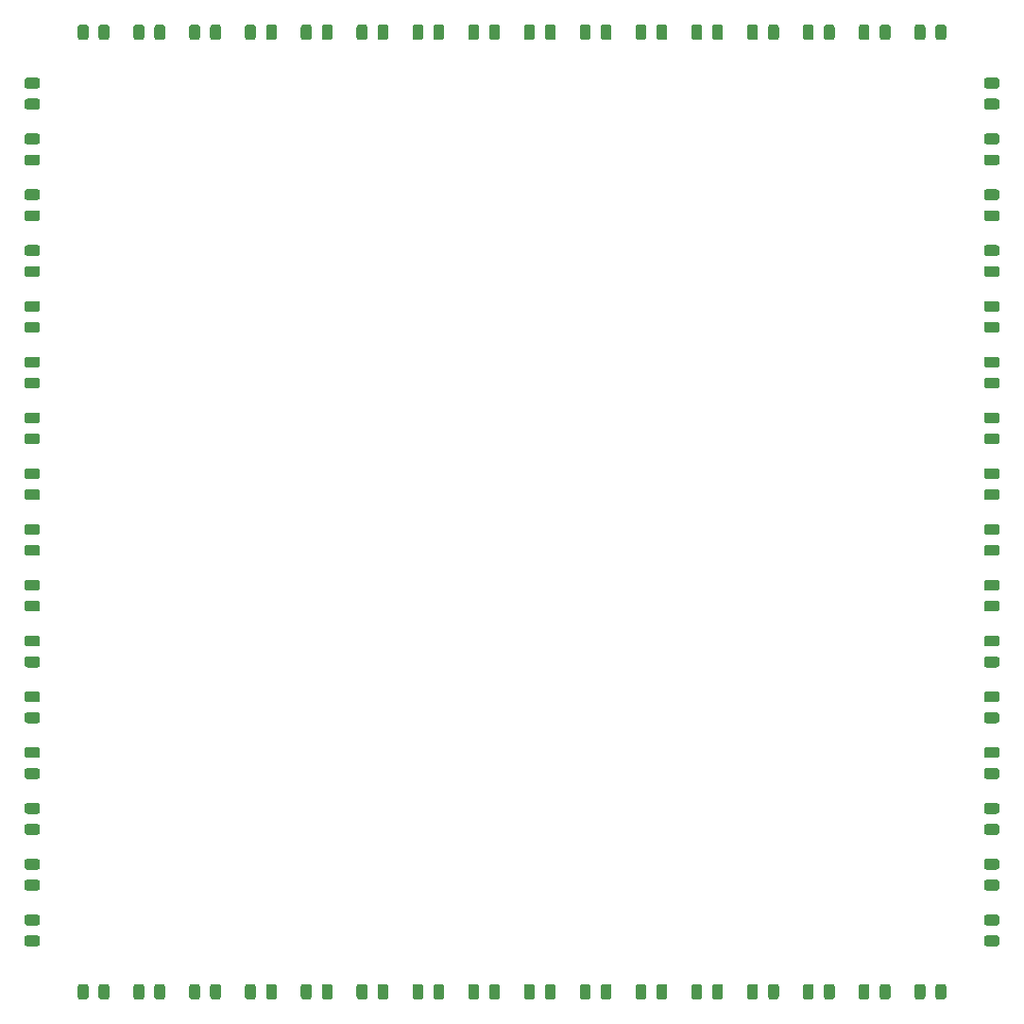
<source format=gbr>
G04 #@! TF.GenerationSoftware,KiCad,Pcbnew,(5.1.6)-1*
G04 #@! TF.CreationDate,2020-12-31T12:37:09+01:00*
G04 #@! TF.ProjectId,XY_LED,58595f4c-4544-42e6-9b69-6361645f7063,rev?*
G04 #@! TF.SameCoordinates,Original*
G04 #@! TF.FileFunction,Paste,Bot*
G04 #@! TF.FilePolarity,Positive*
%FSLAX46Y46*%
G04 Gerber Fmt 4.6, Leading zero omitted, Abs format (unit mm)*
G04 Created by KiCad (PCBNEW (5.1.6)-1) date 2020-12-31 12:37:09*
%MOMM*%
%LPD*%
G01*
G04 APERTURE LIST*
G04 APERTURE END LIST*
G36*
G01*
X56543750Y-62950000D02*
X57456250Y-62950000D01*
G75*
G02*
X57700000Y-63193750I0J-243750D01*
G01*
X57700000Y-63681250D01*
G75*
G02*
X57456250Y-63925000I-243750J0D01*
G01*
X56543750Y-63925000D01*
G75*
G02*
X56300000Y-63681250I0J243750D01*
G01*
X56300000Y-63193750D01*
G75*
G02*
X56543750Y-62950000I243750J0D01*
G01*
G37*
G36*
G01*
X56543750Y-61075000D02*
X57456250Y-61075000D01*
G75*
G02*
X57700000Y-61318750I0J-243750D01*
G01*
X57700000Y-61806250D01*
G75*
G02*
X57456250Y-62050000I-243750J0D01*
G01*
X56543750Y-62050000D01*
G75*
G02*
X56300000Y-61806250I0J243750D01*
G01*
X56300000Y-61318750D01*
G75*
G02*
X56543750Y-61075000I243750J0D01*
G01*
G37*
G36*
G01*
X56543750Y-67950000D02*
X57456250Y-67950000D01*
G75*
G02*
X57700000Y-68193750I0J-243750D01*
G01*
X57700000Y-68681250D01*
G75*
G02*
X57456250Y-68925000I-243750J0D01*
G01*
X56543750Y-68925000D01*
G75*
G02*
X56300000Y-68681250I0J243750D01*
G01*
X56300000Y-68193750D01*
G75*
G02*
X56543750Y-67950000I243750J0D01*
G01*
G37*
G36*
G01*
X56543750Y-66075000D02*
X57456250Y-66075000D01*
G75*
G02*
X57700000Y-66318750I0J-243750D01*
G01*
X57700000Y-66806250D01*
G75*
G02*
X57456250Y-67050000I-243750J0D01*
G01*
X56543750Y-67050000D01*
G75*
G02*
X56300000Y-66806250I0J243750D01*
G01*
X56300000Y-66318750D01*
G75*
G02*
X56543750Y-66075000I243750J0D01*
G01*
G37*
G36*
G01*
X56543750Y-72950000D02*
X57456250Y-72950000D01*
G75*
G02*
X57700000Y-73193750I0J-243750D01*
G01*
X57700000Y-73681250D01*
G75*
G02*
X57456250Y-73925000I-243750J0D01*
G01*
X56543750Y-73925000D01*
G75*
G02*
X56300000Y-73681250I0J243750D01*
G01*
X56300000Y-73193750D01*
G75*
G02*
X56543750Y-72950000I243750J0D01*
G01*
G37*
G36*
G01*
X56543750Y-71075000D02*
X57456250Y-71075000D01*
G75*
G02*
X57700000Y-71318750I0J-243750D01*
G01*
X57700000Y-71806250D01*
G75*
G02*
X57456250Y-72050000I-243750J0D01*
G01*
X56543750Y-72050000D01*
G75*
G02*
X56300000Y-71806250I0J243750D01*
G01*
X56300000Y-71318750D01*
G75*
G02*
X56543750Y-71075000I243750J0D01*
G01*
G37*
G36*
G01*
X56543750Y-77950000D02*
X57456250Y-77950000D01*
G75*
G02*
X57700000Y-78193750I0J-243750D01*
G01*
X57700000Y-78681250D01*
G75*
G02*
X57456250Y-78925000I-243750J0D01*
G01*
X56543750Y-78925000D01*
G75*
G02*
X56300000Y-78681250I0J243750D01*
G01*
X56300000Y-78193750D01*
G75*
G02*
X56543750Y-77950000I243750J0D01*
G01*
G37*
G36*
G01*
X56543750Y-76075000D02*
X57456250Y-76075000D01*
G75*
G02*
X57700000Y-76318750I0J-243750D01*
G01*
X57700000Y-76806250D01*
G75*
G02*
X57456250Y-77050000I-243750J0D01*
G01*
X56543750Y-77050000D01*
G75*
G02*
X56300000Y-76806250I0J243750D01*
G01*
X56300000Y-76318750D01*
G75*
G02*
X56543750Y-76075000I243750J0D01*
G01*
G37*
G36*
G01*
X56543750Y-82950000D02*
X57456250Y-82950000D01*
G75*
G02*
X57700000Y-83193750I0J-243750D01*
G01*
X57700000Y-83681250D01*
G75*
G02*
X57456250Y-83925000I-243750J0D01*
G01*
X56543750Y-83925000D01*
G75*
G02*
X56300000Y-83681250I0J243750D01*
G01*
X56300000Y-83193750D01*
G75*
G02*
X56543750Y-82950000I243750J0D01*
G01*
G37*
G36*
G01*
X56543750Y-81075000D02*
X57456250Y-81075000D01*
G75*
G02*
X57700000Y-81318750I0J-243750D01*
G01*
X57700000Y-81806250D01*
G75*
G02*
X57456250Y-82050000I-243750J0D01*
G01*
X56543750Y-82050000D01*
G75*
G02*
X56300000Y-81806250I0J243750D01*
G01*
X56300000Y-81318750D01*
G75*
G02*
X56543750Y-81075000I243750J0D01*
G01*
G37*
G36*
G01*
X56543750Y-87950000D02*
X57456250Y-87950000D01*
G75*
G02*
X57700000Y-88193750I0J-243750D01*
G01*
X57700000Y-88681250D01*
G75*
G02*
X57456250Y-88925000I-243750J0D01*
G01*
X56543750Y-88925000D01*
G75*
G02*
X56300000Y-88681250I0J243750D01*
G01*
X56300000Y-88193750D01*
G75*
G02*
X56543750Y-87950000I243750J0D01*
G01*
G37*
G36*
G01*
X56543750Y-86075000D02*
X57456250Y-86075000D01*
G75*
G02*
X57700000Y-86318750I0J-243750D01*
G01*
X57700000Y-86806250D01*
G75*
G02*
X57456250Y-87050000I-243750J0D01*
G01*
X56543750Y-87050000D01*
G75*
G02*
X56300000Y-86806250I0J243750D01*
G01*
X56300000Y-86318750D01*
G75*
G02*
X56543750Y-86075000I243750J0D01*
G01*
G37*
G36*
G01*
X56543750Y-92950000D02*
X57456250Y-92950000D01*
G75*
G02*
X57700000Y-93193750I0J-243750D01*
G01*
X57700000Y-93681250D01*
G75*
G02*
X57456250Y-93925000I-243750J0D01*
G01*
X56543750Y-93925000D01*
G75*
G02*
X56300000Y-93681250I0J243750D01*
G01*
X56300000Y-93193750D01*
G75*
G02*
X56543750Y-92950000I243750J0D01*
G01*
G37*
G36*
G01*
X56543750Y-91075000D02*
X57456250Y-91075000D01*
G75*
G02*
X57700000Y-91318750I0J-243750D01*
G01*
X57700000Y-91806250D01*
G75*
G02*
X57456250Y-92050000I-243750J0D01*
G01*
X56543750Y-92050000D01*
G75*
G02*
X56300000Y-91806250I0J243750D01*
G01*
X56300000Y-91318750D01*
G75*
G02*
X56543750Y-91075000I243750J0D01*
G01*
G37*
G36*
G01*
X56543750Y-97950000D02*
X57456250Y-97950000D01*
G75*
G02*
X57700000Y-98193750I0J-243750D01*
G01*
X57700000Y-98681250D01*
G75*
G02*
X57456250Y-98925000I-243750J0D01*
G01*
X56543750Y-98925000D01*
G75*
G02*
X56300000Y-98681250I0J243750D01*
G01*
X56300000Y-98193750D01*
G75*
G02*
X56543750Y-97950000I243750J0D01*
G01*
G37*
G36*
G01*
X56543750Y-96075000D02*
X57456250Y-96075000D01*
G75*
G02*
X57700000Y-96318750I0J-243750D01*
G01*
X57700000Y-96806250D01*
G75*
G02*
X57456250Y-97050000I-243750J0D01*
G01*
X56543750Y-97050000D01*
G75*
G02*
X56300000Y-96806250I0J243750D01*
G01*
X56300000Y-96318750D01*
G75*
G02*
X56543750Y-96075000I243750J0D01*
G01*
G37*
G36*
G01*
X56543750Y-102950000D02*
X57456250Y-102950000D01*
G75*
G02*
X57700000Y-103193750I0J-243750D01*
G01*
X57700000Y-103681250D01*
G75*
G02*
X57456250Y-103925000I-243750J0D01*
G01*
X56543750Y-103925000D01*
G75*
G02*
X56300000Y-103681250I0J243750D01*
G01*
X56300000Y-103193750D01*
G75*
G02*
X56543750Y-102950000I243750J0D01*
G01*
G37*
G36*
G01*
X56543750Y-101075000D02*
X57456250Y-101075000D01*
G75*
G02*
X57700000Y-101318750I0J-243750D01*
G01*
X57700000Y-101806250D01*
G75*
G02*
X57456250Y-102050000I-243750J0D01*
G01*
X56543750Y-102050000D01*
G75*
G02*
X56300000Y-101806250I0J243750D01*
G01*
X56300000Y-101318750D01*
G75*
G02*
X56543750Y-101075000I243750J0D01*
G01*
G37*
G36*
G01*
X56543750Y-107950000D02*
X57456250Y-107950000D01*
G75*
G02*
X57700000Y-108193750I0J-243750D01*
G01*
X57700000Y-108681250D01*
G75*
G02*
X57456250Y-108925000I-243750J0D01*
G01*
X56543750Y-108925000D01*
G75*
G02*
X56300000Y-108681250I0J243750D01*
G01*
X56300000Y-108193750D01*
G75*
G02*
X56543750Y-107950000I243750J0D01*
G01*
G37*
G36*
G01*
X56543750Y-106075000D02*
X57456250Y-106075000D01*
G75*
G02*
X57700000Y-106318750I0J-243750D01*
G01*
X57700000Y-106806250D01*
G75*
G02*
X57456250Y-107050000I-243750J0D01*
G01*
X56543750Y-107050000D01*
G75*
G02*
X56300000Y-106806250I0J243750D01*
G01*
X56300000Y-106318750D01*
G75*
G02*
X56543750Y-106075000I243750J0D01*
G01*
G37*
G36*
G01*
X56543750Y-112950000D02*
X57456250Y-112950000D01*
G75*
G02*
X57700000Y-113193750I0J-243750D01*
G01*
X57700000Y-113681250D01*
G75*
G02*
X57456250Y-113925000I-243750J0D01*
G01*
X56543750Y-113925000D01*
G75*
G02*
X56300000Y-113681250I0J243750D01*
G01*
X56300000Y-113193750D01*
G75*
G02*
X56543750Y-112950000I243750J0D01*
G01*
G37*
G36*
G01*
X56543750Y-111075000D02*
X57456250Y-111075000D01*
G75*
G02*
X57700000Y-111318750I0J-243750D01*
G01*
X57700000Y-111806250D01*
G75*
G02*
X57456250Y-112050000I-243750J0D01*
G01*
X56543750Y-112050000D01*
G75*
G02*
X56300000Y-111806250I0J243750D01*
G01*
X56300000Y-111318750D01*
G75*
G02*
X56543750Y-111075000I243750J0D01*
G01*
G37*
G36*
G01*
X56543750Y-117950000D02*
X57456250Y-117950000D01*
G75*
G02*
X57700000Y-118193750I0J-243750D01*
G01*
X57700000Y-118681250D01*
G75*
G02*
X57456250Y-118925000I-243750J0D01*
G01*
X56543750Y-118925000D01*
G75*
G02*
X56300000Y-118681250I0J243750D01*
G01*
X56300000Y-118193750D01*
G75*
G02*
X56543750Y-117950000I243750J0D01*
G01*
G37*
G36*
G01*
X56543750Y-116075000D02*
X57456250Y-116075000D01*
G75*
G02*
X57700000Y-116318750I0J-243750D01*
G01*
X57700000Y-116806250D01*
G75*
G02*
X57456250Y-117050000I-243750J0D01*
G01*
X56543750Y-117050000D01*
G75*
G02*
X56300000Y-116806250I0J243750D01*
G01*
X56300000Y-116318750D01*
G75*
G02*
X56543750Y-116075000I243750J0D01*
G01*
G37*
G36*
G01*
X56543750Y-122950000D02*
X57456250Y-122950000D01*
G75*
G02*
X57700000Y-123193750I0J-243750D01*
G01*
X57700000Y-123681250D01*
G75*
G02*
X57456250Y-123925000I-243750J0D01*
G01*
X56543750Y-123925000D01*
G75*
G02*
X56300000Y-123681250I0J243750D01*
G01*
X56300000Y-123193750D01*
G75*
G02*
X56543750Y-122950000I243750J0D01*
G01*
G37*
G36*
G01*
X56543750Y-121075000D02*
X57456250Y-121075000D01*
G75*
G02*
X57700000Y-121318750I0J-243750D01*
G01*
X57700000Y-121806250D01*
G75*
G02*
X57456250Y-122050000I-243750J0D01*
G01*
X56543750Y-122050000D01*
G75*
G02*
X56300000Y-121806250I0J243750D01*
G01*
X56300000Y-121318750D01*
G75*
G02*
X56543750Y-121075000I243750J0D01*
G01*
G37*
G36*
G01*
X56543750Y-127950000D02*
X57456250Y-127950000D01*
G75*
G02*
X57700000Y-128193750I0J-243750D01*
G01*
X57700000Y-128681250D01*
G75*
G02*
X57456250Y-128925000I-243750J0D01*
G01*
X56543750Y-128925000D01*
G75*
G02*
X56300000Y-128681250I0J243750D01*
G01*
X56300000Y-128193750D01*
G75*
G02*
X56543750Y-127950000I243750J0D01*
G01*
G37*
G36*
G01*
X56543750Y-126075000D02*
X57456250Y-126075000D01*
G75*
G02*
X57700000Y-126318750I0J-243750D01*
G01*
X57700000Y-126806250D01*
G75*
G02*
X57456250Y-127050000I-243750J0D01*
G01*
X56543750Y-127050000D01*
G75*
G02*
X56300000Y-126806250I0J243750D01*
G01*
X56300000Y-126318750D01*
G75*
G02*
X56543750Y-126075000I243750J0D01*
G01*
G37*
G36*
G01*
X56543750Y-132950000D02*
X57456250Y-132950000D01*
G75*
G02*
X57700000Y-133193750I0J-243750D01*
G01*
X57700000Y-133681250D01*
G75*
G02*
X57456250Y-133925000I-243750J0D01*
G01*
X56543750Y-133925000D01*
G75*
G02*
X56300000Y-133681250I0J243750D01*
G01*
X56300000Y-133193750D01*
G75*
G02*
X56543750Y-132950000I243750J0D01*
G01*
G37*
G36*
G01*
X56543750Y-131075000D02*
X57456250Y-131075000D01*
G75*
G02*
X57700000Y-131318750I0J-243750D01*
G01*
X57700000Y-131806250D01*
G75*
G02*
X57456250Y-132050000I-243750J0D01*
G01*
X56543750Y-132050000D01*
G75*
G02*
X56300000Y-131806250I0J243750D01*
G01*
X56300000Y-131318750D01*
G75*
G02*
X56543750Y-131075000I243750J0D01*
G01*
G37*
G36*
G01*
X56543750Y-137950000D02*
X57456250Y-137950000D01*
G75*
G02*
X57700000Y-138193750I0J-243750D01*
G01*
X57700000Y-138681250D01*
G75*
G02*
X57456250Y-138925000I-243750J0D01*
G01*
X56543750Y-138925000D01*
G75*
G02*
X56300000Y-138681250I0J243750D01*
G01*
X56300000Y-138193750D01*
G75*
G02*
X56543750Y-137950000I243750J0D01*
G01*
G37*
G36*
G01*
X56543750Y-136075000D02*
X57456250Y-136075000D01*
G75*
G02*
X57700000Y-136318750I0J-243750D01*
G01*
X57700000Y-136806250D01*
G75*
G02*
X57456250Y-137050000I-243750J0D01*
G01*
X56543750Y-137050000D01*
G75*
G02*
X56300000Y-136806250I0J243750D01*
G01*
X56300000Y-136318750D01*
G75*
G02*
X56543750Y-136075000I243750J0D01*
G01*
G37*
G36*
G01*
X62950000Y-143456250D02*
X62950000Y-142543750D01*
G75*
G02*
X63193750Y-142300000I243750J0D01*
G01*
X63681250Y-142300000D01*
G75*
G02*
X63925000Y-142543750I0J-243750D01*
G01*
X63925000Y-143456250D01*
G75*
G02*
X63681250Y-143700000I-243750J0D01*
G01*
X63193750Y-143700000D01*
G75*
G02*
X62950000Y-143456250I0J243750D01*
G01*
G37*
G36*
G01*
X61075000Y-143456250D02*
X61075000Y-142543750D01*
G75*
G02*
X61318750Y-142300000I243750J0D01*
G01*
X61806250Y-142300000D01*
G75*
G02*
X62050000Y-142543750I0J-243750D01*
G01*
X62050000Y-143456250D01*
G75*
G02*
X61806250Y-143700000I-243750J0D01*
G01*
X61318750Y-143700000D01*
G75*
G02*
X61075000Y-143456250I0J243750D01*
G01*
G37*
G36*
G01*
X67950000Y-143456250D02*
X67950000Y-142543750D01*
G75*
G02*
X68193750Y-142300000I243750J0D01*
G01*
X68681250Y-142300000D01*
G75*
G02*
X68925000Y-142543750I0J-243750D01*
G01*
X68925000Y-143456250D01*
G75*
G02*
X68681250Y-143700000I-243750J0D01*
G01*
X68193750Y-143700000D01*
G75*
G02*
X67950000Y-143456250I0J243750D01*
G01*
G37*
G36*
G01*
X66075000Y-143456250D02*
X66075000Y-142543750D01*
G75*
G02*
X66318750Y-142300000I243750J0D01*
G01*
X66806250Y-142300000D01*
G75*
G02*
X67050000Y-142543750I0J-243750D01*
G01*
X67050000Y-143456250D01*
G75*
G02*
X66806250Y-143700000I-243750J0D01*
G01*
X66318750Y-143700000D01*
G75*
G02*
X66075000Y-143456250I0J243750D01*
G01*
G37*
G36*
G01*
X72950000Y-143456250D02*
X72950000Y-142543750D01*
G75*
G02*
X73193750Y-142300000I243750J0D01*
G01*
X73681250Y-142300000D01*
G75*
G02*
X73925000Y-142543750I0J-243750D01*
G01*
X73925000Y-143456250D01*
G75*
G02*
X73681250Y-143700000I-243750J0D01*
G01*
X73193750Y-143700000D01*
G75*
G02*
X72950000Y-143456250I0J243750D01*
G01*
G37*
G36*
G01*
X71075000Y-143456250D02*
X71075000Y-142543750D01*
G75*
G02*
X71318750Y-142300000I243750J0D01*
G01*
X71806250Y-142300000D01*
G75*
G02*
X72050000Y-142543750I0J-243750D01*
G01*
X72050000Y-143456250D01*
G75*
G02*
X71806250Y-143700000I-243750J0D01*
G01*
X71318750Y-143700000D01*
G75*
G02*
X71075000Y-143456250I0J243750D01*
G01*
G37*
G36*
G01*
X77950000Y-143456250D02*
X77950000Y-142543750D01*
G75*
G02*
X78193750Y-142300000I243750J0D01*
G01*
X78681250Y-142300000D01*
G75*
G02*
X78925000Y-142543750I0J-243750D01*
G01*
X78925000Y-143456250D01*
G75*
G02*
X78681250Y-143700000I-243750J0D01*
G01*
X78193750Y-143700000D01*
G75*
G02*
X77950000Y-143456250I0J243750D01*
G01*
G37*
G36*
G01*
X76075000Y-143456250D02*
X76075000Y-142543750D01*
G75*
G02*
X76318750Y-142300000I243750J0D01*
G01*
X76806250Y-142300000D01*
G75*
G02*
X77050000Y-142543750I0J-243750D01*
G01*
X77050000Y-143456250D01*
G75*
G02*
X76806250Y-143700000I-243750J0D01*
G01*
X76318750Y-143700000D01*
G75*
G02*
X76075000Y-143456250I0J243750D01*
G01*
G37*
G36*
G01*
X82950000Y-143456250D02*
X82950000Y-142543750D01*
G75*
G02*
X83193750Y-142300000I243750J0D01*
G01*
X83681250Y-142300000D01*
G75*
G02*
X83925000Y-142543750I0J-243750D01*
G01*
X83925000Y-143456250D01*
G75*
G02*
X83681250Y-143700000I-243750J0D01*
G01*
X83193750Y-143700000D01*
G75*
G02*
X82950000Y-143456250I0J243750D01*
G01*
G37*
G36*
G01*
X81075000Y-143456250D02*
X81075000Y-142543750D01*
G75*
G02*
X81318750Y-142300000I243750J0D01*
G01*
X81806250Y-142300000D01*
G75*
G02*
X82050000Y-142543750I0J-243750D01*
G01*
X82050000Y-143456250D01*
G75*
G02*
X81806250Y-143700000I-243750J0D01*
G01*
X81318750Y-143700000D01*
G75*
G02*
X81075000Y-143456250I0J243750D01*
G01*
G37*
G36*
G01*
X87950000Y-143456250D02*
X87950000Y-142543750D01*
G75*
G02*
X88193750Y-142300000I243750J0D01*
G01*
X88681250Y-142300000D01*
G75*
G02*
X88925000Y-142543750I0J-243750D01*
G01*
X88925000Y-143456250D01*
G75*
G02*
X88681250Y-143700000I-243750J0D01*
G01*
X88193750Y-143700000D01*
G75*
G02*
X87950000Y-143456250I0J243750D01*
G01*
G37*
G36*
G01*
X86075000Y-143456250D02*
X86075000Y-142543750D01*
G75*
G02*
X86318750Y-142300000I243750J0D01*
G01*
X86806250Y-142300000D01*
G75*
G02*
X87050000Y-142543750I0J-243750D01*
G01*
X87050000Y-143456250D01*
G75*
G02*
X86806250Y-143700000I-243750J0D01*
G01*
X86318750Y-143700000D01*
G75*
G02*
X86075000Y-143456250I0J243750D01*
G01*
G37*
G36*
G01*
X92950000Y-143456250D02*
X92950000Y-142543750D01*
G75*
G02*
X93193750Y-142300000I243750J0D01*
G01*
X93681250Y-142300000D01*
G75*
G02*
X93925000Y-142543750I0J-243750D01*
G01*
X93925000Y-143456250D01*
G75*
G02*
X93681250Y-143700000I-243750J0D01*
G01*
X93193750Y-143700000D01*
G75*
G02*
X92950000Y-143456250I0J243750D01*
G01*
G37*
G36*
G01*
X91075000Y-143456250D02*
X91075000Y-142543750D01*
G75*
G02*
X91318750Y-142300000I243750J0D01*
G01*
X91806250Y-142300000D01*
G75*
G02*
X92050000Y-142543750I0J-243750D01*
G01*
X92050000Y-143456250D01*
G75*
G02*
X91806250Y-143700000I-243750J0D01*
G01*
X91318750Y-143700000D01*
G75*
G02*
X91075000Y-143456250I0J243750D01*
G01*
G37*
G36*
G01*
X97950000Y-143456250D02*
X97950000Y-142543750D01*
G75*
G02*
X98193750Y-142300000I243750J0D01*
G01*
X98681250Y-142300000D01*
G75*
G02*
X98925000Y-142543750I0J-243750D01*
G01*
X98925000Y-143456250D01*
G75*
G02*
X98681250Y-143700000I-243750J0D01*
G01*
X98193750Y-143700000D01*
G75*
G02*
X97950000Y-143456250I0J243750D01*
G01*
G37*
G36*
G01*
X96075000Y-143456250D02*
X96075000Y-142543750D01*
G75*
G02*
X96318750Y-142300000I243750J0D01*
G01*
X96806250Y-142300000D01*
G75*
G02*
X97050000Y-142543750I0J-243750D01*
G01*
X97050000Y-143456250D01*
G75*
G02*
X96806250Y-143700000I-243750J0D01*
G01*
X96318750Y-143700000D01*
G75*
G02*
X96075000Y-143456250I0J243750D01*
G01*
G37*
G36*
G01*
X102950000Y-143456250D02*
X102950000Y-142543750D01*
G75*
G02*
X103193750Y-142300000I243750J0D01*
G01*
X103681250Y-142300000D01*
G75*
G02*
X103925000Y-142543750I0J-243750D01*
G01*
X103925000Y-143456250D01*
G75*
G02*
X103681250Y-143700000I-243750J0D01*
G01*
X103193750Y-143700000D01*
G75*
G02*
X102950000Y-143456250I0J243750D01*
G01*
G37*
G36*
G01*
X101075000Y-143456250D02*
X101075000Y-142543750D01*
G75*
G02*
X101318750Y-142300000I243750J0D01*
G01*
X101806250Y-142300000D01*
G75*
G02*
X102050000Y-142543750I0J-243750D01*
G01*
X102050000Y-143456250D01*
G75*
G02*
X101806250Y-143700000I-243750J0D01*
G01*
X101318750Y-143700000D01*
G75*
G02*
X101075000Y-143456250I0J243750D01*
G01*
G37*
G36*
G01*
X107950000Y-143456250D02*
X107950000Y-142543750D01*
G75*
G02*
X108193750Y-142300000I243750J0D01*
G01*
X108681250Y-142300000D01*
G75*
G02*
X108925000Y-142543750I0J-243750D01*
G01*
X108925000Y-143456250D01*
G75*
G02*
X108681250Y-143700000I-243750J0D01*
G01*
X108193750Y-143700000D01*
G75*
G02*
X107950000Y-143456250I0J243750D01*
G01*
G37*
G36*
G01*
X106075000Y-143456250D02*
X106075000Y-142543750D01*
G75*
G02*
X106318750Y-142300000I243750J0D01*
G01*
X106806250Y-142300000D01*
G75*
G02*
X107050000Y-142543750I0J-243750D01*
G01*
X107050000Y-143456250D01*
G75*
G02*
X106806250Y-143700000I-243750J0D01*
G01*
X106318750Y-143700000D01*
G75*
G02*
X106075000Y-143456250I0J243750D01*
G01*
G37*
G36*
G01*
X112950000Y-143456250D02*
X112950000Y-142543750D01*
G75*
G02*
X113193750Y-142300000I243750J0D01*
G01*
X113681250Y-142300000D01*
G75*
G02*
X113925000Y-142543750I0J-243750D01*
G01*
X113925000Y-143456250D01*
G75*
G02*
X113681250Y-143700000I-243750J0D01*
G01*
X113193750Y-143700000D01*
G75*
G02*
X112950000Y-143456250I0J243750D01*
G01*
G37*
G36*
G01*
X111075000Y-143456250D02*
X111075000Y-142543750D01*
G75*
G02*
X111318750Y-142300000I243750J0D01*
G01*
X111806250Y-142300000D01*
G75*
G02*
X112050000Y-142543750I0J-243750D01*
G01*
X112050000Y-143456250D01*
G75*
G02*
X111806250Y-143700000I-243750J0D01*
G01*
X111318750Y-143700000D01*
G75*
G02*
X111075000Y-143456250I0J243750D01*
G01*
G37*
G36*
G01*
X117950000Y-143456250D02*
X117950000Y-142543750D01*
G75*
G02*
X118193750Y-142300000I243750J0D01*
G01*
X118681250Y-142300000D01*
G75*
G02*
X118925000Y-142543750I0J-243750D01*
G01*
X118925000Y-143456250D01*
G75*
G02*
X118681250Y-143700000I-243750J0D01*
G01*
X118193750Y-143700000D01*
G75*
G02*
X117950000Y-143456250I0J243750D01*
G01*
G37*
G36*
G01*
X116075000Y-143456250D02*
X116075000Y-142543750D01*
G75*
G02*
X116318750Y-142300000I243750J0D01*
G01*
X116806250Y-142300000D01*
G75*
G02*
X117050000Y-142543750I0J-243750D01*
G01*
X117050000Y-143456250D01*
G75*
G02*
X116806250Y-143700000I-243750J0D01*
G01*
X116318750Y-143700000D01*
G75*
G02*
X116075000Y-143456250I0J243750D01*
G01*
G37*
G36*
G01*
X122950000Y-143456250D02*
X122950000Y-142543750D01*
G75*
G02*
X123193750Y-142300000I243750J0D01*
G01*
X123681250Y-142300000D01*
G75*
G02*
X123925000Y-142543750I0J-243750D01*
G01*
X123925000Y-143456250D01*
G75*
G02*
X123681250Y-143700000I-243750J0D01*
G01*
X123193750Y-143700000D01*
G75*
G02*
X122950000Y-143456250I0J243750D01*
G01*
G37*
G36*
G01*
X121075000Y-143456250D02*
X121075000Y-142543750D01*
G75*
G02*
X121318750Y-142300000I243750J0D01*
G01*
X121806250Y-142300000D01*
G75*
G02*
X122050000Y-142543750I0J-243750D01*
G01*
X122050000Y-143456250D01*
G75*
G02*
X121806250Y-143700000I-243750J0D01*
G01*
X121318750Y-143700000D01*
G75*
G02*
X121075000Y-143456250I0J243750D01*
G01*
G37*
G36*
G01*
X127950000Y-143456250D02*
X127950000Y-142543750D01*
G75*
G02*
X128193750Y-142300000I243750J0D01*
G01*
X128681250Y-142300000D01*
G75*
G02*
X128925000Y-142543750I0J-243750D01*
G01*
X128925000Y-143456250D01*
G75*
G02*
X128681250Y-143700000I-243750J0D01*
G01*
X128193750Y-143700000D01*
G75*
G02*
X127950000Y-143456250I0J243750D01*
G01*
G37*
G36*
G01*
X126075000Y-143456250D02*
X126075000Y-142543750D01*
G75*
G02*
X126318750Y-142300000I243750J0D01*
G01*
X126806250Y-142300000D01*
G75*
G02*
X127050000Y-142543750I0J-243750D01*
G01*
X127050000Y-143456250D01*
G75*
G02*
X126806250Y-143700000I-243750J0D01*
G01*
X126318750Y-143700000D01*
G75*
G02*
X126075000Y-143456250I0J243750D01*
G01*
G37*
G36*
G01*
X132950000Y-143456250D02*
X132950000Y-142543750D01*
G75*
G02*
X133193750Y-142300000I243750J0D01*
G01*
X133681250Y-142300000D01*
G75*
G02*
X133925000Y-142543750I0J-243750D01*
G01*
X133925000Y-143456250D01*
G75*
G02*
X133681250Y-143700000I-243750J0D01*
G01*
X133193750Y-143700000D01*
G75*
G02*
X132950000Y-143456250I0J243750D01*
G01*
G37*
G36*
G01*
X131075000Y-143456250D02*
X131075000Y-142543750D01*
G75*
G02*
X131318750Y-142300000I243750J0D01*
G01*
X131806250Y-142300000D01*
G75*
G02*
X132050000Y-142543750I0J-243750D01*
G01*
X132050000Y-143456250D01*
G75*
G02*
X131806250Y-143700000I-243750J0D01*
G01*
X131318750Y-143700000D01*
G75*
G02*
X131075000Y-143456250I0J243750D01*
G01*
G37*
G36*
G01*
X137950000Y-143456250D02*
X137950000Y-142543750D01*
G75*
G02*
X138193750Y-142300000I243750J0D01*
G01*
X138681250Y-142300000D01*
G75*
G02*
X138925000Y-142543750I0J-243750D01*
G01*
X138925000Y-143456250D01*
G75*
G02*
X138681250Y-143700000I-243750J0D01*
G01*
X138193750Y-143700000D01*
G75*
G02*
X137950000Y-143456250I0J243750D01*
G01*
G37*
G36*
G01*
X136075000Y-143456250D02*
X136075000Y-142543750D01*
G75*
G02*
X136318750Y-142300000I243750J0D01*
G01*
X136806250Y-142300000D01*
G75*
G02*
X137050000Y-142543750I0J-243750D01*
G01*
X137050000Y-143456250D01*
G75*
G02*
X136806250Y-143700000I-243750J0D01*
G01*
X136318750Y-143700000D01*
G75*
G02*
X136075000Y-143456250I0J243750D01*
G01*
G37*
G36*
G01*
X143456250Y-137050000D02*
X142543750Y-137050000D01*
G75*
G02*
X142300000Y-136806250I0J243750D01*
G01*
X142300000Y-136318750D01*
G75*
G02*
X142543750Y-136075000I243750J0D01*
G01*
X143456250Y-136075000D01*
G75*
G02*
X143700000Y-136318750I0J-243750D01*
G01*
X143700000Y-136806250D01*
G75*
G02*
X143456250Y-137050000I-243750J0D01*
G01*
G37*
G36*
G01*
X143456250Y-138925000D02*
X142543750Y-138925000D01*
G75*
G02*
X142300000Y-138681250I0J243750D01*
G01*
X142300000Y-138193750D01*
G75*
G02*
X142543750Y-137950000I243750J0D01*
G01*
X143456250Y-137950000D01*
G75*
G02*
X143700000Y-138193750I0J-243750D01*
G01*
X143700000Y-138681250D01*
G75*
G02*
X143456250Y-138925000I-243750J0D01*
G01*
G37*
G36*
G01*
X143456250Y-132050000D02*
X142543750Y-132050000D01*
G75*
G02*
X142300000Y-131806250I0J243750D01*
G01*
X142300000Y-131318750D01*
G75*
G02*
X142543750Y-131075000I243750J0D01*
G01*
X143456250Y-131075000D01*
G75*
G02*
X143700000Y-131318750I0J-243750D01*
G01*
X143700000Y-131806250D01*
G75*
G02*
X143456250Y-132050000I-243750J0D01*
G01*
G37*
G36*
G01*
X143456250Y-133925000D02*
X142543750Y-133925000D01*
G75*
G02*
X142300000Y-133681250I0J243750D01*
G01*
X142300000Y-133193750D01*
G75*
G02*
X142543750Y-132950000I243750J0D01*
G01*
X143456250Y-132950000D01*
G75*
G02*
X143700000Y-133193750I0J-243750D01*
G01*
X143700000Y-133681250D01*
G75*
G02*
X143456250Y-133925000I-243750J0D01*
G01*
G37*
G36*
G01*
X143456250Y-127050000D02*
X142543750Y-127050000D01*
G75*
G02*
X142300000Y-126806250I0J243750D01*
G01*
X142300000Y-126318750D01*
G75*
G02*
X142543750Y-126075000I243750J0D01*
G01*
X143456250Y-126075000D01*
G75*
G02*
X143700000Y-126318750I0J-243750D01*
G01*
X143700000Y-126806250D01*
G75*
G02*
X143456250Y-127050000I-243750J0D01*
G01*
G37*
G36*
G01*
X143456250Y-128925000D02*
X142543750Y-128925000D01*
G75*
G02*
X142300000Y-128681250I0J243750D01*
G01*
X142300000Y-128193750D01*
G75*
G02*
X142543750Y-127950000I243750J0D01*
G01*
X143456250Y-127950000D01*
G75*
G02*
X143700000Y-128193750I0J-243750D01*
G01*
X143700000Y-128681250D01*
G75*
G02*
X143456250Y-128925000I-243750J0D01*
G01*
G37*
G36*
G01*
X143456250Y-122050000D02*
X142543750Y-122050000D01*
G75*
G02*
X142300000Y-121806250I0J243750D01*
G01*
X142300000Y-121318750D01*
G75*
G02*
X142543750Y-121075000I243750J0D01*
G01*
X143456250Y-121075000D01*
G75*
G02*
X143700000Y-121318750I0J-243750D01*
G01*
X143700000Y-121806250D01*
G75*
G02*
X143456250Y-122050000I-243750J0D01*
G01*
G37*
G36*
G01*
X143456250Y-123925000D02*
X142543750Y-123925000D01*
G75*
G02*
X142300000Y-123681250I0J243750D01*
G01*
X142300000Y-123193750D01*
G75*
G02*
X142543750Y-122950000I243750J0D01*
G01*
X143456250Y-122950000D01*
G75*
G02*
X143700000Y-123193750I0J-243750D01*
G01*
X143700000Y-123681250D01*
G75*
G02*
X143456250Y-123925000I-243750J0D01*
G01*
G37*
G36*
G01*
X143456250Y-117050000D02*
X142543750Y-117050000D01*
G75*
G02*
X142300000Y-116806250I0J243750D01*
G01*
X142300000Y-116318750D01*
G75*
G02*
X142543750Y-116075000I243750J0D01*
G01*
X143456250Y-116075000D01*
G75*
G02*
X143700000Y-116318750I0J-243750D01*
G01*
X143700000Y-116806250D01*
G75*
G02*
X143456250Y-117050000I-243750J0D01*
G01*
G37*
G36*
G01*
X143456250Y-118925000D02*
X142543750Y-118925000D01*
G75*
G02*
X142300000Y-118681250I0J243750D01*
G01*
X142300000Y-118193750D01*
G75*
G02*
X142543750Y-117950000I243750J0D01*
G01*
X143456250Y-117950000D01*
G75*
G02*
X143700000Y-118193750I0J-243750D01*
G01*
X143700000Y-118681250D01*
G75*
G02*
X143456250Y-118925000I-243750J0D01*
G01*
G37*
G36*
G01*
X143456250Y-112050000D02*
X142543750Y-112050000D01*
G75*
G02*
X142300000Y-111806250I0J243750D01*
G01*
X142300000Y-111318750D01*
G75*
G02*
X142543750Y-111075000I243750J0D01*
G01*
X143456250Y-111075000D01*
G75*
G02*
X143700000Y-111318750I0J-243750D01*
G01*
X143700000Y-111806250D01*
G75*
G02*
X143456250Y-112050000I-243750J0D01*
G01*
G37*
G36*
G01*
X143456250Y-113925000D02*
X142543750Y-113925000D01*
G75*
G02*
X142300000Y-113681250I0J243750D01*
G01*
X142300000Y-113193750D01*
G75*
G02*
X142543750Y-112950000I243750J0D01*
G01*
X143456250Y-112950000D01*
G75*
G02*
X143700000Y-113193750I0J-243750D01*
G01*
X143700000Y-113681250D01*
G75*
G02*
X143456250Y-113925000I-243750J0D01*
G01*
G37*
G36*
G01*
X143456250Y-107050000D02*
X142543750Y-107050000D01*
G75*
G02*
X142300000Y-106806250I0J243750D01*
G01*
X142300000Y-106318750D01*
G75*
G02*
X142543750Y-106075000I243750J0D01*
G01*
X143456250Y-106075000D01*
G75*
G02*
X143700000Y-106318750I0J-243750D01*
G01*
X143700000Y-106806250D01*
G75*
G02*
X143456250Y-107050000I-243750J0D01*
G01*
G37*
G36*
G01*
X143456250Y-108925000D02*
X142543750Y-108925000D01*
G75*
G02*
X142300000Y-108681250I0J243750D01*
G01*
X142300000Y-108193750D01*
G75*
G02*
X142543750Y-107950000I243750J0D01*
G01*
X143456250Y-107950000D01*
G75*
G02*
X143700000Y-108193750I0J-243750D01*
G01*
X143700000Y-108681250D01*
G75*
G02*
X143456250Y-108925000I-243750J0D01*
G01*
G37*
G36*
G01*
X143456250Y-102050000D02*
X142543750Y-102050000D01*
G75*
G02*
X142300000Y-101806250I0J243750D01*
G01*
X142300000Y-101318750D01*
G75*
G02*
X142543750Y-101075000I243750J0D01*
G01*
X143456250Y-101075000D01*
G75*
G02*
X143700000Y-101318750I0J-243750D01*
G01*
X143700000Y-101806250D01*
G75*
G02*
X143456250Y-102050000I-243750J0D01*
G01*
G37*
G36*
G01*
X143456250Y-103925000D02*
X142543750Y-103925000D01*
G75*
G02*
X142300000Y-103681250I0J243750D01*
G01*
X142300000Y-103193750D01*
G75*
G02*
X142543750Y-102950000I243750J0D01*
G01*
X143456250Y-102950000D01*
G75*
G02*
X143700000Y-103193750I0J-243750D01*
G01*
X143700000Y-103681250D01*
G75*
G02*
X143456250Y-103925000I-243750J0D01*
G01*
G37*
G36*
G01*
X143456250Y-97050000D02*
X142543750Y-97050000D01*
G75*
G02*
X142300000Y-96806250I0J243750D01*
G01*
X142300000Y-96318750D01*
G75*
G02*
X142543750Y-96075000I243750J0D01*
G01*
X143456250Y-96075000D01*
G75*
G02*
X143700000Y-96318750I0J-243750D01*
G01*
X143700000Y-96806250D01*
G75*
G02*
X143456250Y-97050000I-243750J0D01*
G01*
G37*
G36*
G01*
X143456250Y-98925000D02*
X142543750Y-98925000D01*
G75*
G02*
X142300000Y-98681250I0J243750D01*
G01*
X142300000Y-98193750D01*
G75*
G02*
X142543750Y-97950000I243750J0D01*
G01*
X143456250Y-97950000D01*
G75*
G02*
X143700000Y-98193750I0J-243750D01*
G01*
X143700000Y-98681250D01*
G75*
G02*
X143456250Y-98925000I-243750J0D01*
G01*
G37*
G36*
G01*
X143456250Y-92050000D02*
X142543750Y-92050000D01*
G75*
G02*
X142300000Y-91806250I0J243750D01*
G01*
X142300000Y-91318750D01*
G75*
G02*
X142543750Y-91075000I243750J0D01*
G01*
X143456250Y-91075000D01*
G75*
G02*
X143700000Y-91318750I0J-243750D01*
G01*
X143700000Y-91806250D01*
G75*
G02*
X143456250Y-92050000I-243750J0D01*
G01*
G37*
G36*
G01*
X143456250Y-93925000D02*
X142543750Y-93925000D01*
G75*
G02*
X142300000Y-93681250I0J243750D01*
G01*
X142300000Y-93193750D01*
G75*
G02*
X142543750Y-92950000I243750J0D01*
G01*
X143456250Y-92950000D01*
G75*
G02*
X143700000Y-93193750I0J-243750D01*
G01*
X143700000Y-93681250D01*
G75*
G02*
X143456250Y-93925000I-243750J0D01*
G01*
G37*
G36*
G01*
X143456250Y-87050000D02*
X142543750Y-87050000D01*
G75*
G02*
X142300000Y-86806250I0J243750D01*
G01*
X142300000Y-86318750D01*
G75*
G02*
X142543750Y-86075000I243750J0D01*
G01*
X143456250Y-86075000D01*
G75*
G02*
X143700000Y-86318750I0J-243750D01*
G01*
X143700000Y-86806250D01*
G75*
G02*
X143456250Y-87050000I-243750J0D01*
G01*
G37*
G36*
G01*
X143456250Y-88925000D02*
X142543750Y-88925000D01*
G75*
G02*
X142300000Y-88681250I0J243750D01*
G01*
X142300000Y-88193750D01*
G75*
G02*
X142543750Y-87950000I243750J0D01*
G01*
X143456250Y-87950000D01*
G75*
G02*
X143700000Y-88193750I0J-243750D01*
G01*
X143700000Y-88681250D01*
G75*
G02*
X143456250Y-88925000I-243750J0D01*
G01*
G37*
G36*
G01*
X143456250Y-82050000D02*
X142543750Y-82050000D01*
G75*
G02*
X142300000Y-81806250I0J243750D01*
G01*
X142300000Y-81318750D01*
G75*
G02*
X142543750Y-81075000I243750J0D01*
G01*
X143456250Y-81075000D01*
G75*
G02*
X143700000Y-81318750I0J-243750D01*
G01*
X143700000Y-81806250D01*
G75*
G02*
X143456250Y-82050000I-243750J0D01*
G01*
G37*
G36*
G01*
X143456250Y-83925000D02*
X142543750Y-83925000D01*
G75*
G02*
X142300000Y-83681250I0J243750D01*
G01*
X142300000Y-83193750D01*
G75*
G02*
X142543750Y-82950000I243750J0D01*
G01*
X143456250Y-82950000D01*
G75*
G02*
X143700000Y-83193750I0J-243750D01*
G01*
X143700000Y-83681250D01*
G75*
G02*
X143456250Y-83925000I-243750J0D01*
G01*
G37*
G36*
G01*
X143456250Y-77050000D02*
X142543750Y-77050000D01*
G75*
G02*
X142300000Y-76806250I0J243750D01*
G01*
X142300000Y-76318750D01*
G75*
G02*
X142543750Y-76075000I243750J0D01*
G01*
X143456250Y-76075000D01*
G75*
G02*
X143700000Y-76318750I0J-243750D01*
G01*
X143700000Y-76806250D01*
G75*
G02*
X143456250Y-77050000I-243750J0D01*
G01*
G37*
G36*
G01*
X143456250Y-78925000D02*
X142543750Y-78925000D01*
G75*
G02*
X142300000Y-78681250I0J243750D01*
G01*
X142300000Y-78193750D01*
G75*
G02*
X142543750Y-77950000I243750J0D01*
G01*
X143456250Y-77950000D01*
G75*
G02*
X143700000Y-78193750I0J-243750D01*
G01*
X143700000Y-78681250D01*
G75*
G02*
X143456250Y-78925000I-243750J0D01*
G01*
G37*
G36*
G01*
X143456250Y-72050000D02*
X142543750Y-72050000D01*
G75*
G02*
X142300000Y-71806250I0J243750D01*
G01*
X142300000Y-71318750D01*
G75*
G02*
X142543750Y-71075000I243750J0D01*
G01*
X143456250Y-71075000D01*
G75*
G02*
X143700000Y-71318750I0J-243750D01*
G01*
X143700000Y-71806250D01*
G75*
G02*
X143456250Y-72050000I-243750J0D01*
G01*
G37*
G36*
G01*
X143456250Y-73925000D02*
X142543750Y-73925000D01*
G75*
G02*
X142300000Y-73681250I0J243750D01*
G01*
X142300000Y-73193750D01*
G75*
G02*
X142543750Y-72950000I243750J0D01*
G01*
X143456250Y-72950000D01*
G75*
G02*
X143700000Y-73193750I0J-243750D01*
G01*
X143700000Y-73681250D01*
G75*
G02*
X143456250Y-73925000I-243750J0D01*
G01*
G37*
G36*
G01*
X143456250Y-67050000D02*
X142543750Y-67050000D01*
G75*
G02*
X142300000Y-66806250I0J243750D01*
G01*
X142300000Y-66318750D01*
G75*
G02*
X142543750Y-66075000I243750J0D01*
G01*
X143456250Y-66075000D01*
G75*
G02*
X143700000Y-66318750I0J-243750D01*
G01*
X143700000Y-66806250D01*
G75*
G02*
X143456250Y-67050000I-243750J0D01*
G01*
G37*
G36*
G01*
X143456250Y-68925000D02*
X142543750Y-68925000D01*
G75*
G02*
X142300000Y-68681250I0J243750D01*
G01*
X142300000Y-68193750D01*
G75*
G02*
X142543750Y-67950000I243750J0D01*
G01*
X143456250Y-67950000D01*
G75*
G02*
X143700000Y-68193750I0J-243750D01*
G01*
X143700000Y-68681250D01*
G75*
G02*
X143456250Y-68925000I-243750J0D01*
G01*
G37*
G36*
G01*
X143456250Y-62050000D02*
X142543750Y-62050000D01*
G75*
G02*
X142300000Y-61806250I0J243750D01*
G01*
X142300000Y-61318750D01*
G75*
G02*
X142543750Y-61075000I243750J0D01*
G01*
X143456250Y-61075000D01*
G75*
G02*
X143700000Y-61318750I0J-243750D01*
G01*
X143700000Y-61806250D01*
G75*
G02*
X143456250Y-62050000I-243750J0D01*
G01*
G37*
G36*
G01*
X143456250Y-63925000D02*
X142543750Y-63925000D01*
G75*
G02*
X142300000Y-63681250I0J243750D01*
G01*
X142300000Y-63193750D01*
G75*
G02*
X142543750Y-62950000I243750J0D01*
G01*
X143456250Y-62950000D01*
G75*
G02*
X143700000Y-63193750I0J-243750D01*
G01*
X143700000Y-63681250D01*
G75*
G02*
X143456250Y-63925000I-243750J0D01*
G01*
G37*
G36*
G01*
X137050000Y-56543750D02*
X137050000Y-57456250D01*
G75*
G02*
X136806250Y-57700000I-243750J0D01*
G01*
X136318750Y-57700000D01*
G75*
G02*
X136075000Y-57456250I0J243750D01*
G01*
X136075000Y-56543750D01*
G75*
G02*
X136318750Y-56300000I243750J0D01*
G01*
X136806250Y-56300000D01*
G75*
G02*
X137050000Y-56543750I0J-243750D01*
G01*
G37*
G36*
G01*
X138925000Y-56543750D02*
X138925000Y-57456250D01*
G75*
G02*
X138681250Y-57700000I-243750J0D01*
G01*
X138193750Y-57700000D01*
G75*
G02*
X137950000Y-57456250I0J243750D01*
G01*
X137950000Y-56543750D01*
G75*
G02*
X138193750Y-56300000I243750J0D01*
G01*
X138681250Y-56300000D01*
G75*
G02*
X138925000Y-56543750I0J-243750D01*
G01*
G37*
G36*
G01*
X132050000Y-56543750D02*
X132050000Y-57456250D01*
G75*
G02*
X131806250Y-57700000I-243750J0D01*
G01*
X131318750Y-57700000D01*
G75*
G02*
X131075000Y-57456250I0J243750D01*
G01*
X131075000Y-56543750D01*
G75*
G02*
X131318750Y-56300000I243750J0D01*
G01*
X131806250Y-56300000D01*
G75*
G02*
X132050000Y-56543750I0J-243750D01*
G01*
G37*
G36*
G01*
X133925000Y-56543750D02*
X133925000Y-57456250D01*
G75*
G02*
X133681250Y-57700000I-243750J0D01*
G01*
X133193750Y-57700000D01*
G75*
G02*
X132950000Y-57456250I0J243750D01*
G01*
X132950000Y-56543750D01*
G75*
G02*
X133193750Y-56300000I243750J0D01*
G01*
X133681250Y-56300000D01*
G75*
G02*
X133925000Y-56543750I0J-243750D01*
G01*
G37*
G36*
G01*
X127050000Y-56543750D02*
X127050000Y-57456250D01*
G75*
G02*
X126806250Y-57700000I-243750J0D01*
G01*
X126318750Y-57700000D01*
G75*
G02*
X126075000Y-57456250I0J243750D01*
G01*
X126075000Y-56543750D01*
G75*
G02*
X126318750Y-56300000I243750J0D01*
G01*
X126806250Y-56300000D01*
G75*
G02*
X127050000Y-56543750I0J-243750D01*
G01*
G37*
G36*
G01*
X128925000Y-56543750D02*
X128925000Y-57456250D01*
G75*
G02*
X128681250Y-57700000I-243750J0D01*
G01*
X128193750Y-57700000D01*
G75*
G02*
X127950000Y-57456250I0J243750D01*
G01*
X127950000Y-56543750D01*
G75*
G02*
X128193750Y-56300000I243750J0D01*
G01*
X128681250Y-56300000D01*
G75*
G02*
X128925000Y-56543750I0J-243750D01*
G01*
G37*
G36*
G01*
X122050000Y-56543750D02*
X122050000Y-57456250D01*
G75*
G02*
X121806250Y-57700000I-243750J0D01*
G01*
X121318750Y-57700000D01*
G75*
G02*
X121075000Y-57456250I0J243750D01*
G01*
X121075000Y-56543750D01*
G75*
G02*
X121318750Y-56300000I243750J0D01*
G01*
X121806250Y-56300000D01*
G75*
G02*
X122050000Y-56543750I0J-243750D01*
G01*
G37*
G36*
G01*
X123925000Y-56543750D02*
X123925000Y-57456250D01*
G75*
G02*
X123681250Y-57700000I-243750J0D01*
G01*
X123193750Y-57700000D01*
G75*
G02*
X122950000Y-57456250I0J243750D01*
G01*
X122950000Y-56543750D01*
G75*
G02*
X123193750Y-56300000I243750J0D01*
G01*
X123681250Y-56300000D01*
G75*
G02*
X123925000Y-56543750I0J-243750D01*
G01*
G37*
G36*
G01*
X117050000Y-56543750D02*
X117050000Y-57456250D01*
G75*
G02*
X116806250Y-57700000I-243750J0D01*
G01*
X116318750Y-57700000D01*
G75*
G02*
X116075000Y-57456250I0J243750D01*
G01*
X116075000Y-56543750D01*
G75*
G02*
X116318750Y-56300000I243750J0D01*
G01*
X116806250Y-56300000D01*
G75*
G02*
X117050000Y-56543750I0J-243750D01*
G01*
G37*
G36*
G01*
X118925000Y-56543750D02*
X118925000Y-57456250D01*
G75*
G02*
X118681250Y-57700000I-243750J0D01*
G01*
X118193750Y-57700000D01*
G75*
G02*
X117950000Y-57456250I0J243750D01*
G01*
X117950000Y-56543750D01*
G75*
G02*
X118193750Y-56300000I243750J0D01*
G01*
X118681250Y-56300000D01*
G75*
G02*
X118925000Y-56543750I0J-243750D01*
G01*
G37*
G36*
G01*
X112050000Y-56543750D02*
X112050000Y-57456250D01*
G75*
G02*
X111806250Y-57700000I-243750J0D01*
G01*
X111318750Y-57700000D01*
G75*
G02*
X111075000Y-57456250I0J243750D01*
G01*
X111075000Y-56543750D01*
G75*
G02*
X111318750Y-56300000I243750J0D01*
G01*
X111806250Y-56300000D01*
G75*
G02*
X112050000Y-56543750I0J-243750D01*
G01*
G37*
G36*
G01*
X113925000Y-56543750D02*
X113925000Y-57456250D01*
G75*
G02*
X113681250Y-57700000I-243750J0D01*
G01*
X113193750Y-57700000D01*
G75*
G02*
X112950000Y-57456250I0J243750D01*
G01*
X112950000Y-56543750D01*
G75*
G02*
X113193750Y-56300000I243750J0D01*
G01*
X113681250Y-56300000D01*
G75*
G02*
X113925000Y-56543750I0J-243750D01*
G01*
G37*
G36*
G01*
X107050000Y-56543750D02*
X107050000Y-57456250D01*
G75*
G02*
X106806250Y-57700000I-243750J0D01*
G01*
X106318750Y-57700000D01*
G75*
G02*
X106075000Y-57456250I0J243750D01*
G01*
X106075000Y-56543750D01*
G75*
G02*
X106318750Y-56300000I243750J0D01*
G01*
X106806250Y-56300000D01*
G75*
G02*
X107050000Y-56543750I0J-243750D01*
G01*
G37*
G36*
G01*
X108925000Y-56543750D02*
X108925000Y-57456250D01*
G75*
G02*
X108681250Y-57700000I-243750J0D01*
G01*
X108193750Y-57700000D01*
G75*
G02*
X107950000Y-57456250I0J243750D01*
G01*
X107950000Y-56543750D01*
G75*
G02*
X108193750Y-56300000I243750J0D01*
G01*
X108681250Y-56300000D01*
G75*
G02*
X108925000Y-56543750I0J-243750D01*
G01*
G37*
G36*
G01*
X102050000Y-56543750D02*
X102050000Y-57456250D01*
G75*
G02*
X101806250Y-57700000I-243750J0D01*
G01*
X101318750Y-57700000D01*
G75*
G02*
X101075000Y-57456250I0J243750D01*
G01*
X101075000Y-56543750D01*
G75*
G02*
X101318750Y-56300000I243750J0D01*
G01*
X101806250Y-56300000D01*
G75*
G02*
X102050000Y-56543750I0J-243750D01*
G01*
G37*
G36*
G01*
X103925000Y-56543750D02*
X103925000Y-57456250D01*
G75*
G02*
X103681250Y-57700000I-243750J0D01*
G01*
X103193750Y-57700000D01*
G75*
G02*
X102950000Y-57456250I0J243750D01*
G01*
X102950000Y-56543750D01*
G75*
G02*
X103193750Y-56300000I243750J0D01*
G01*
X103681250Y-56300000D01*
G75*
G02*
X103925000Y-56543750I0J-243750D01*
G01*
G37*
G36*
G01*
X97050000Y-56543750D02*
X97050000Y-57456250D01*
G75*
G02*
X96806250Y-57700000I-243750J0D01*
G01*
X96318750Y-57700000D01*
G75*
G02*
X96075000Y-57456250I0J243750D01*
G01*
X96075000Y-56543750D01*
G75*
G02*
X96318750Y-56300000I243750J0D01*
G01*
X96806250Y-56300000D01*
G75*
G02*
X97050000Y-56543750I0J-243750D01*
G01*
G37*
G36*
G01*
X98925000Y-56543750D02*
X98925000Y-57456250D01*
G75*
G02*
X98681250Y-57700000I-243750J0D01*
G01*
X98193750Y-57700000D01*
G75*
G02*
X97950000Y-57456250I0J243750D01*
G01*
X97950000Y-56543750D01*
G75*
G02*
X98193750Y-56300000I243750J0D01*
G01*
X98681250Y-56300000D01*
G75*
G02*
X98925000Y-56543750I0J-243750D01*
G01*
G37*
G36*
G01*
X92050000Y-56543750D02*
X92050000Y-57456250D01*
G75*
G02*
X91806250Y-57700000I-243750J0D01*
G01*
X91318750Y-57700000D01*
G75*
G02*
X91075000Y-57456250I0J243750D01*
G01*
X91075000Y-56543750D01*
G75*
G02*
X91318750Y-56300000I243750J0D01*
G01*
X91806250Y-56300000D01*
G75*
G02*
X92050000Y-56543750I0J-243750D01*
G01*
G37*
G36*
G01*
X93925000Y-56543750D02*
X93925000Y-57456250D01*
G75*
G02*
X93681250Y-57700000I-243750J0D01*
G01*
X93193750Y-57700000D01*
G75*
G02*
X92950000Y-57456250I0J243750D01*
G01*
X92950000Y-56543750D01*
G75*
G02*
X93193750Y-56300000I243750J0D01*
G01*
X93681250Y-56300000D01*
G75*
G02*
X93925000Y-56543750I0J-243750D01*
G01*
G37*
G36*
G01*
X87050000Y-56543750D02*
X87050000Y-57456250D01*
G75*
G02*
X86806250Y-57700000I-243750J0D01*
G01*
X86318750Y-57700000D01*
G75*
G02*
X86075000Y-57456250I0J243750D01*
G01*
X86075000Y-56543750D01*
G75*
G02*
X86318750Y-56300000I243750J0D01*
G01*
X86806250Y-56300000D01*
G75*
G02*
X87050000Y-56543750I0J-243750D01*
G01*
G37*
G36*
G01*
X88925000Y-56543750D02*
X88925000Y-57456250D01*
G75*
G02*
X88681250Y-57700000I-243750J0D01*
G01*
X88193750Y-57700000D01*
G75*
G02*
X87950000Y-57456250I0J243750D01*
G01*
X87950000Y-56543750D01*
G75*
G02*
X88193750Y-56300000I243750J0D01*
G01*
X88681250Y-56300000D01*
G75*
G02*
X88925000Y-56543750I0J-243750D01*
G01*
G37*
G36*
G01*
X82050000Y-56543750D02*
X82050000Y-57456250D01*
G75*
G02*
X81806250Y-57700000I-243750J0D01*
G01*
X81318750Y-57700000D01*
G75*
G02*
X81075000Y-57456250I0J243750D01*
G01*
X81075000Y-56543750D01*
G75*
G02*
X81318750Y-56300000I243750J0D01*
G01*
X81806250Y-56300000D01*
G75*
G02*
X82050000Y-56543750I0J-243750D01*
G01*
G37*
G36*
G01*
X83925000Y-56543750D02*
X83925000Y-57456250D01*
G75*
G02*
X83681250Y-57700000I-243750J0D01*
G01*
X83193750Y-57700000D01*
G75*
G02*
X82950000Y-57456250I0J243750D01*
G01*
X82950000Y-56543750D01*
G75*
G02*
X83193750Y-56300000I243750J0D01*
G01*
X83681250Y-56300000D01*
G75*
G02*
X83925000Y-56543750I0J-243750D01*
G01*
G37*
G36*
G01*
X77050000Y-56543750D02*
X77050000Y-57456250D01*
G75*
G02*
X76806250Y-57700000I-243750J0D01*
G01*
X76318750Y-57700000D01*
G75*
G02*
X76075000Y-57456250I0J243750D01*
G01*
X76075000Y-56543750D01*
G75*
G02*
X76318750Y-56300000I243750J0D01*
G01*
X76806250Y-56300000D01*
G75*
G02*
X77050000Y-56543750I0J-243750D01*
G01*
G37*
G36*
G01*
X78925000Y-56543750D02*
X78925000Y-57456250D01*
G75*
G02*
X78681250Y-57700000I-243750J0D01*
G01*
X78193750Y-57700000D01*
G75*
G02*
X77950000Y-57456250I0J243750D01*
G01*
X77950000Y-56543750D01*
G75*
G02*
X78193750Y-56300000I243750J0D01*
G01*
X78681250Y-56300000D01*
G75*
G02*
X78925000Y-56543750I0J-243750D01*
G01*
G37*
G36*
G01*
X72050000Y-56543750D02*
X72050000Y-57456250D01*
G75*
G02*
X71806250Y-57700000I-243750J0D01*
G01*
X71318750Y-57700000D01*
G75*
G02*
X71075000Y-57456250I0J243750D01*
G01*
X71075000Y-56543750D01*
G75*
G02*
X71318750Y-56300000I243750J0D01*
G01*
X71806250Y-56300000D01*
G75*
G02*
X72050000Y-56543750I0J-243750D01*
G01*
G37*
G36*
G01*
X73925000Y-56543750D02*
X73925000Y-57456250D01*
G75*
G02*
X73681250Y-57700000I-243750J0D01*
G01*
X73193750Y-57700000D01*
G75*
G02*
X72950000Y-57456250I0J243750D01*
G01*
X72950000Y-56543750D01*
G75*
G02*
X73193750Y-56300000I243750J0D01*
G01*
X73681250Y-56300000D01*
G75*
G02*
X73925000Y-56543750I0J-243750D01*
G01*
G37*
G36*
G01*
X67050000Y-56543750D02*
X67050000Y-57456250D01*
G75*
G02*
X66806250Y-57700000I-243750J0D01*
G01*
X66318750Y-57700000D01*
G75*
G02*
X66075000Y-57456250I0J243750D01*
G01*
X66075000Y-56543750D01*
G75*
G02*
X66318750Y-56300000I243750J0D01*
G01*
X66806250Y-56300000D01*
G75*
G02*
X67050000Y-56543750I0J-243750D01*
G01*
G37*
G36*
G01*
X68925000Y-56543750D02*
X68925000Y-57456250D01*
G75*
G02*
X68681250Y-57700000I-243750J0D01*
G01*
X68193750Y-57700000D01*
G75*
G02*
X67950000Y-57456250I0J243750D01*
G01*
X67950000Y-56543750D01*
G75*
G02*
X68193750Y-56300000I243750J0D01*
G01*
X68681250Y-56300000D01*
G75*
G02*
X68925000Y-56543750I0J-243750D01*
G01*
G37*
G36*
G01*
X62050000Y-56543750D02*
X62050000Y-57456250D01*
G75*
G02*
X61806250Y-57700000I-243750J0D01*
G01*
X61318750Y-57700000D01*
G75*
G02*
X61075000Y-57456250I0J243750D01*
G01*
X61075000Y-56543750D01*
G75*
G02*
X61318750Y-56300000I243750J0D01*
G01*
X61806250Y-56300000D01*
G75*
G02*
X62050000Y-56543750I0J-243750D01*
G01*
G37*
G36*
G01*
X63925000Y-56543750D02*
X63925000Y-57456250D01*
G75*
G02*
X63681250Y-57700000I-243750J0D01*
G01*
X63193750Y-57700000D01*
G75*
G02*
X62950000Y-57456250I0J243750D01*
G01*
X62950000Y-56543750D01*
G75*
G02*
X63193750Y-56300000I243750J0D01*
G01*
X63681250Y-56300000D01*
G75*
G02*
X63925000Y-56543750I0J-243750D01*
G01*
G37*
M02*

</source>
